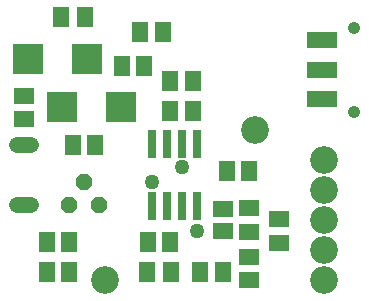
<source format=gts>
G75*
G70*
%OFA0B0*%
%FSLAX24Y24*%
%IPPOS*%
%LPD*%
%AMOC8*
5,1,8,0,0,1.08239X$1,22.5*
%
%ADD10C,0.0926*%
%ADD11C,0.0540*%
%ADD12OC8,0.0540*%
%ADD13R,0.0572X0.0690*%
%ADD14R,0.0690X0.0572*%
%ADD15R,0.1005X0.1005*%
%ADD16C,0.0920*%
%ADD17R,0.0296X0.0926*%
%ADD18R,0.1044X0.0532*%
%ADD19C,0.0414*%
%ADD20C,0.0496*%
D10*
X004869Y002181D03*
X009869Y007181D03*
D11*
X002421Y006681D02*
X001941Y006681D01*
X001941Y004681D02*
X002421Y004681D01*
D12*
X003681Y004681D03*
X004181Y005431D03*
X004681Y004681D03*
D13*
X002932Y002431D03*
X003680Y002431D03*
X003680Y003431D03*
X002932Y003431D03*
X006288Y002431D03*
X007075Y002431D03*
X008057Y002431D03*
X008805Y002431D03*
X007055Y003431D03*
X006307Y003431D03*
X008932Y005806D03*
X009680Y005806D03*
X007825Y007806D03*
X007038Y007806D03*
X007057Y008806D03*
X007805Y008806D03*
X006180Y009306D03*
X005432Y009306D03*
X006057Y010431D03*
X006805Y010431D03*
X004200Y010931D03*
X003413Y010931D03*
X003807Y006681D03*
X004555Y006681D03*
D14*
X002181Y007538D03*
X002181Y008325D03*
X008806Y004555D03*
X009681Y004575D03*
X009681Y003788D03*
X008806Y003807D03*
X009681Y002950D03*
X009681Y002163D03*
X010681Y003413D03*
X010681Y004200D03*
D15*
X005416Y007931D03*
X004291Y009556D03*
X003447Y007931D03*
X002322Y009556D03*
D16*
X012181Y006181D03*
X012181Y005181D03*
X012181Y004181D03*
X012181Y003181D03*
X012181Y002181D03*
D17*
X007931Y004658D03*
X007431Y004658D03*
X006931Y004658D03*
X006431Y004658D03*
X006431Y006705D03*
X006931Y006705D03*
X007431Y006705D03*
X007931Y006705D03*
D18*
X012099Y008197D03*
X012099Y009181D03*
X012099Y010166D03*
D19*
X013181Y010579D03*
X013181Y007784D03*
D20*
X007931Y003806D03*
X006431Y005431D03*
X007431Y005931D03*
M02*

</source>
